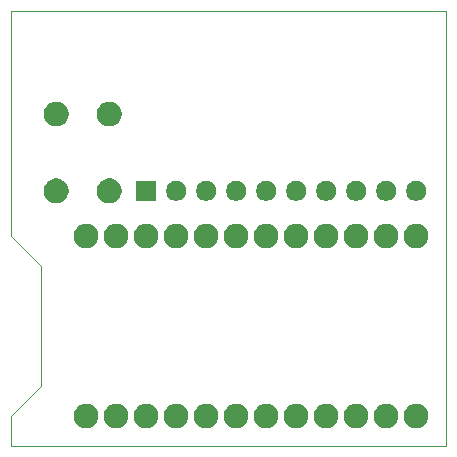
<source format=gbr>
G04 #@! TF.GenerationSoftware,KiCad,Pcbnew,5.1.5+dfsg1-2build2*
G04 #@! TF.CreationDate,2021-01-23T02:48:54+01:00*
G04 #@! TF.ProjectId,edtracker,65647472-6163-46b6-9572-2e6b69636164,rev?*
G04 #@! TF.SameCoordinates,Original*
G04 #@! TF.FileFunction,Soldermask,Bot*
G04 #@! TF.FilePolarity,Negative*
%FSLAX46Y46*%
G04 Gerber Fmt 4.6, Leading zero omitted, Abs format (unit mm)*
G04 Created by KiCad (PCBNEW 5.1.5+dfsg1-2build2) date 2021-01-23 02:48:54*
%MOMM*%
%LPD*%
G04 APERTURE LIST*
%ADD10C,0.050000*%
%ADD11C,0.150000*%
G04 APERTURE END LIST*
D10*
X140970000Y-100330000D02*
X140970000Y-119380000D01*
X177800000Y-100330000D02*
X140970000Y-100330000D01*
X177800000Y-137160000D02*
X177800000Y-100330000D01*
X140970000Y-137160000D02*
X177800000Y-137160000D01*
X140970000Y-134620000D02*
X140970000Y-137160000D01*
X143510000Y-132080000D02*
X140970000Y-134620000D01*
X143510000Y-121920000D02*
X143510000Y-132080000D01*
X140970000Y-119380000D02*
X143510000Y-121920000D01*
D11*
G36*
X170483765Y-133618620D02*
G01*
X170673288Y-133697123D01*
X170843854Y-133811092D01*
X170988908Y-133956146D01*
X171102877Y-134126712D01*
X171181380Y-134316235D01*
X171221400Y-134517431D01*
X171221400Y-134722569D01*
X171181380Y-134923765D01*
X171102877Y-135113288D01*
X170988908Y-135283854D01*
X170843854Y-135428908D01*
X170673288Y-135542877D01*
X170673287Y-135542878D01*
X170673286Y-135542878D01*
X170483765Y-135621380D01*
X170282570Y-135661400D01*
X170077430Y-135661400D01*
X169876235Y-135621380D01*
X169686714Y-135542878D01*
X169686713Y-135542878D01*
X169686712Y-135542877D01*
X169516146Y-135428908D01*
X169371092Y-135283854D01*
X169257123Y-135113288D01*
X169178620Y-134923765D01*
X169138600Y-134722569D01*
X169138600Y-134517431D01*
X169178620Y-134316235D01*
X169257123Y-134126712D01*
X169371092Y-133956146D01*
X169516146Y-133811092D01*
X169686712Y-133697123D01*
X169876235Y-133618620D01*
X170077430Y-133578600D01*
X170282570Y-133578600D01*
X170483765Y-133618620D01*
G37*
G36*
X173023765Y-133618620D02*
G01*
X173213288Y-133697123D01*
X173383854Y-133811092D01*
X173528908Y-133956146D01*
X173642877Y-134126712D01*
X173721380Y-134316235D01*
X173761400Y-134517431D01*
X173761400Y-134722569D01*
X173721380Y-134923765D01*
X173642877Y-135113288D01*
X173528908Y-135283854D01*
X173383854Y-135428908D01*
X173213288Y-135542877D01*
X173213287Y-135542878D01*
X173213286Y-135542878D01*
X173023765Y-135621380D01*
X172822570Y-135661400D01*
X172617430Y-135661400D01*
X172416235Y-135621380D01*
X172226714Y-135542878D01*
X172226713Y-135542878D01*
X172226712Y-135542877D01*
X172056146Y-135428908D01*
X171911092Y-135283854D01*
X171797123Y-135113288D01*
X171718620Y-134923765D01*
X171678600Y-134722569D01*
X171678600Y-134517431D01*
X171718620Y-134316235D01*
X171797123Y-134126712D01*
X171911092Y-133956146D01*
X172056146Y-133811092D01*
X172226712Y-133697123D01*
X172416235Y-133618620D01*
X172617430Y-133578600D01*
X172822570Y-133578600D01*
X173023765Y-133618620D01*
G37*
G36*
X175563765Y-133618620D02*
G01*
X175753288Y-133697123D01*
X175923854Y-133811092D01*
X176068908Y-133956146D01*
X176182877Y-134126712D01*
X176261380Y-134316235D01*
X176301400Y-134517431D01*
X176301400Y-134722569D01*
X176261380Y-134923765D01*
X176182877Y-135113288D01*
X176068908Y-135283854D01*
X175923854Y-135428908D01*
X175753288Y-135542877D01*
X175753287Y-135542878D01*
X175753286Y-135542878D01*
X175563765Y-135621380D01*
X175362570Y-135661400D01*
X175157430Y-135661400D01*
X174956235Y-135621380D01*
X174766714Y-135542878D01*
X174766713Y-135542878D01*
X174766712Y-135542877D01*
X174596146Y-135428908D01*
X174451092Y-135283854D01*
X174337123Y-135113288D01*
X174258620Y-134923765D01*
X174218600Y-134722569D01*
X174218600Y-134517431D01*
X174258620Y-134316235D01*
X174337123Y-134126712D01*
X174451092Y-133956146D01*
X174596146Y-133811092D01*
X174766712Y-133697123D01*
X174956235Y-133618620D01*
X175157430Y-133578600D01*
X175362570Y-133578600D01*
X175563765Y-133618620D01*
G37*
G36*
X147623765Y-133618620D02*
G01*
X147813288Y-133697123D01*
X147983854Y-133811092D01*
X148128908Y-133956146D01*
X148242877Y-134126712D01*
X148321380Y-134316235D01*
X148361400Y-134517431D01*
X148361400Y-134722569D01*
X148321380Y-134923765D01*
X148242877Y-135113288D01*
X148128908Y-135283854D01*
X147983854Y-135428908D01*
X147813288Y-135542877D01*
X147813287Y-135542878D01*
X147813286Y-135542878D01*
X147623765Y-135621380D01*
X147422570Y-135661400D01*
X147217430Y-135661400D01*
X147016235Y-135621380D01*
X146826714Y-135542878D01*
X146826713Y-135542878D01*
X146826712Y-135542877D01*
X146656146Y-135428908D01*
X146511092Y-135283854D01*
X146397123Y-135113288D01*
X146318620Y-134923765D01*
X146278600Y-134722569D01*
X146278600Y-134517431D01*
X146318620Y-134316235D01*
X146397123Y-134126712D01*
X146511092Y-133956146D01*
X146656146Y-133811092D01*
X146826712Y-133697123D01*
X147016235Y-133618620D01*
X147217430Y-133578600D01*
X147422570Y-133578600D01*
X147623765Y-133618620D01*
G37*
G36*
X150163765Y-133618620D02*
G01*
X150353288Y-133697123D01*
X150523854Y-133811092D01*
X150668908Y-133956146D01*
X150782877Y-134126712D01*
X150861380Y-134316235D01*
X150901400Y-134517431D01*
X150901400Y-134722569D01*
X150861380Y-134923765D01*
X150782877Y-135113288D01*
X150668908Y-135283854D01*
X150523854Y-135428908D01*
X150353288Y-135542877D01*
X150353287Y-135542878D01*
X150353286Y-135542878D01*
X150163765Y-135621380D01*
X149962570Y-135661400D01*
X149757430Y-135661400D01*
X149556235Y-135621380D01*
X149366714Y-135542878D01*
X149366713Y-135542878D01*
X149366712Y-135542877D01*
X149196146Y-135428908D01*
X149051092Y-135283854D01*
X148937123Y-135113288D01*
X148858620Y-134923765D01*
X148818600Y-134722569D01*
X148818600Y-134517431D01*
X148858620Y-134316235D01*
X148937123Y-134126712D01*
X149051092Y-133956146D01*
X149196146Y-133811092D01*
X149366712Y-133697123D01*
X149556235Y-133618620D01*
X149757430Y-133578600D01*
X149962570Y-133578600D01*
X150163765Y-133618620D01*
G37*
G36*
X152703765Y-133618620D02*
G01*
X152893288Y-133697123D01*
X153063854Y-133811092D01*
X153208908Y-133956146D01*
X153322877Y-134126712D01*
X153401380Y-134316235D01*
X153441400Y-134517431D01*
X153441400Y-134722569D01*
X153401380Y-134923765D01*
X153322877Y-135113288D01*
X153208908Y-135283854D01*
X153063854Y-135428908D01*
X152893288Y-135542877D01*
X152893287Y-135542878D01*
X152893286Y-135542878D01*
X152703765Y-135621380D01*
X152502570Y-135661400D01*
X152297430Y-135661400D01*
X152096235Y-135621380D01*
X151906714Y-135542878D01*
X151906713Y-135542878D01*
X151906712Y-135542877D01*
X151736146Y-135428908D01*
X151591092Y-135283854D01*
X151477123Y-135113288D01*
X151398620Y-134923765D01*
X151358600Y-134722569D01*
X151358600Y-134517431D01*
X151398620Y-134316235D01*
X151477123Y-134126712D01*
X151591092Y-133956146D01*
X151736146Y-133811092D01*
X151906712Y-133697123D01*
X152096235Y-133618620D01*
X152297430Y-133578600D01*
X152502570Y-133578600D01*
X152703765Y-133618620D01*
G37*
G36*
X155243765Y-133618620D02*
G01*
X155433288Y-133697123D01*
X155603854Y-133811092D01*
X155748908Y-133956146D01*
X155862877Y-134126712D01*
X155941380Y-134316235D01*
X155981400Y-134517431D01*
X155981400Y-134722569D01*
X155941380Y-134923765D01*
X155862877Y-135113288D01*
X155748908Y-135283854D01*
X155603854Y-135428908D01*
X155433288Y-135542877D01*
X155433287Y-135542878D01*
X155433286Y-135542878D01*
X155243765Y-135621380D01*
X155042570Y-135661400D01*
X154837430Y-135661400D01*
X154636235Y-135621380D01*
X154446714Y-135542878D01*
X154446713Y-135542878D01*
X154446712Y-135542877D01*
X154276146Y-135428908D01*
X154131092Y-135283854D01*
X154017123Y-135113288D01*
X153938620Y-134923765D01*
X153898600Y-134722569D01*
X153898600Y-134517431D01*
X153938620Y-134316235D01*
X154017123Y-134126712D01*
X154131092Y-133956146D01*
X154276146Y-133811092D01*
X154446712Y-133697123D01*
X154636235Y-133618620D01*
X154837430Y-133578600D01*
X155042570Y-133578600D01*
X155243765Y-133618620D01*
G37*
G36*
X157783765Y-133618620D02*
G01*
X157973288Y-133697123D01*
X158143854Y-133811092D01*
X158288908Y-133956146D01*
X158402877Y-134126712D01*
X158481380Y-134316235D01*
X158521400Y-134517431D01*
X158521400Y-134722569D01*
X158481380Y-134923765D01*
X158402877Y-135113288D01*
X158288908Y-135283854D01*
X158143854Y-135428908D01*
X157973288Y-135542877D01*
X157973287Y-135542878D01*
X157973286Y-135542878D01*
X157783765Y-135621380D01*
X157582570Y-135661400D01*
X157377430Y-135661400D01*
X157176235Y-135621380D01*
X156986714Y-135542878D01*
X156986713Y-135542878D01*
X156986712Y-135542877D01*
X156816146Y-135428908D01*
X156671092Y-135283854D01*
X156557123Y-135113288D01*
X156478620Y-134923765D01*
X156438600Y-134722569D01*
X156438600Y-134517431D01*
X156478620Y-134316235D01*
X156557123Y-134126712D01*
X156671092Y-133956146D01*
X156816146Y-133811092D01*
X156986712Y-133697123D01*
X157176235Y-133618620D01*
X157377430Y-133578600D01*
X157582570Y-133578600D01*
X157783765Y-133618620D01*
G37*
G36*
X160323765Y-133618620D02*
G01*
X160513288Y-133697123D01*
X160683854Y-133811092D01*
X160828908Y-133956146D01*
X160942877Y-134126712D01*
X161021380Y-134316235D01*
X161061400Y-134517431D01*
X161061400Y-134722569D01*
X161021380Y-134923765D01*
X160942877Y-135113288D01*
X160828908Y-135283854D01*
X160683854Y-135428908D01*
X160513288Y-135542877D01*
X160513287Y-135542878D01*
X160513286Y-135542878D01*
X160323765Y-135621380D01*
X160122570Y-135661400D01*
X159917430Y-135661400D01*
X159716235Y-135621380D01*
X159526714Y-135542878D01*
X159526713Y-135542878D01*
X159526712Y-135542877D01*
X159356146Y-135428908D01*
X159211092Y-135283854D01*
X159097123Y-135113288D01*
X159018620Y-134923765D01*
X158978600Y-134722569D01*
X158978600Y-134517431D01*
X159018620Y-134316235D01*
X159097123Y-134126712D01*
X159211092Y-133956146D01*
X159356146Y-133811092D01*
X159526712Y-133697123D01*
X159716235Y-133618620D01*
X159917430Y-133578600D01*
X160122570Y-133578600D01*
X160323765Y-133618620D01*
G37*
G36*
X162863765Y-133618620D02*
G01*
X163053288Y-133697123D01*
X163223854Y-133811092D01*
X163368908Y-133956146D01*
X163482877Y-134126712D01*
X163561380Y-134316235D01*
X163601400Y-134517431D01*
X163601400Y-134722569D01*
X163561380Y-134923765D01*
X163482877Y-135113288D01*
X163368908Y-135283854D01*
X163223854Y-135428908D01*
X163053288Y-135542877D01*
X163053287Y-135542878D01*
X163053286Y-135542878D01*
X162863765Y-135621380D01*
X162662570Y-135661400D01*
X162457430Y-135661400D01*
X162256235Y-135621380D01*
X162066714Y-135542878D01*
X162066713Y-135542878D01*
X162066712Y-135542877D01*
X161896146Y-135428908D01*
X161751092Y-135283854D01*
X161637123Y-135113288D01*
X161558620Y-134923765D01*
X161518600Y-134722569D01*
X161518600Y-134517431D01*
X161558620Y-134316235D01*
X161637123Y-134126712D01*
X161751092Y-133956146D01*
X161896146Y-133811092D01*
X162066712Y-133697123D01*
X162256235Y-133618620D01*
X162457430Y-133578600D01*
X162662570Y-133578600D01*
X162863765Y-133618620D01*
G37*
G36*
X165403765Y-133618620D02*
G01*
X165593288Y-133697123D01*
X165763854Y-133811092D01*
X165908908Y-133956146D01*
X166022877Y-134126712D01*
X166101380Y-134316235D01*
X166141400Y-134517431D01*
X166141400Y-134722569D01*
X166101380Y-134923765D01*
X166022877Y-135113288D01*
X165908908Y-135283854D01*
X165763854Y-135428908D01*
X165593288Y-135542877D01*
X165593287Y-135542878D01*
X165593286Y-135542878D01*
X165403765Y-135621380D01*
X165202570Y-135661400D01*
X164997430Y-135661400D01*
X164796235Y-135621380D01*
X164606714Y-135542878D01*
X164606713Y-135542878D01*
X164606712Y-135542877D01*
X164436146Y-135428908D01*
X164291092Y-135283854D01*
X164177123Y-135113288D01*
X164098620Y-134923765D01*
X164058600Y-134722569D01*
X164058600Y-134517431D01*
X164098620Y-134316235D01*
X164177123Y-134126712D01*
X164291092Y-133956146D01*
X164436146Y-133811092D01*
X164606712Y-133697123D01*
X164796235Y-133618620D01*
X164997430Y-133578600D01*
X165202570Y-133578600D01*
X165403765Y-133618620D01*
G37*
G36*
X167943765Y-133618620D02*
G01*
X168133288Y-133697123D01*
X168303854Y-133811092D01*
X168448908Y-133956146D01*
X168562877Y-134126712D01*
X168641380Y-134316235D01*
X168681400Y-134517431D01*
X168681400Y-134722569D01*
X168641380Y-134923765D01*
X168562877Y-135113288D01*
X168448908Y-135283854D01*
X168303854Y-135428908D01*
X168133288Y-135542877D01*
X168133287Y-135542878D01*
X168133286Y-135542878D01*
X167943765Y-135621380D01*
X167742570Y-135661400D01*
X167537430Y-135661400D01*
X167336235Y-135621380D01*
X167146714Y-135542878D01*
X167146713Y-135542878D01*
X167146712Y-135542877D01*
X166976146Y-135428908D01*
X166831092Y-135283854D01*
X166717123Y-135113288D01*
X166638620Y-134923765D01*
X166598600Y-134722569D01*
X166598600Y-134517431D01*
X166638620Y-134316235D01*
X166717123Y-134126712D01*
X166831092Y-133956146D01*
X166976146Y-133811092D01*
X167146712Y-133697123D01*
X167336235Y-133618620D01*
X167537430Y-133578600D01*
X167742570Y-133578600D01*
X167943765Y-133618620D01*
G37*
G36*
X157783765Y-118378620D02*
G01*
X157973288Y-118457123D01*
X158143854Y-118571092D01*
X158288908Y-118716146D01*
X158402877Y-118886712D01*
X158481380Y-119076235D01*
X158521400Y-119277431D01*
X158521400Y-119482569D01*
X158481380Y-119683765D01*
X158402877Y-119873288D01*
X158288908Y-120043854D01*
X158143854Y-120188908D01*
X157973288Y-120302877D01*
X157973287Y-120302878D01*
X157973286Y-120302878D01*
X157783765Y-120381380D01*
X157582570Y-120421400D01*
X157377430Y-120421400D01*
X157176235Y-120381380D01*
X156986714Y-120302878D01*
X156986713Y-120302878D01*
X156986712Y-120302877D01*
X156816146Y-120188908D01*
X156671092Y-120043854D01*
X156557123Y-119873288D01*
X156478620Y-119683765D01*
X156438600Y-119482569D01*
X156438600Y-119277431D01*
X156478620Y-119076235D01*
X156557123Y-118886712D01*
X156671092Y-118716146D01*
X156816146Y-118571092D01*
X156986712Y-118457123D01*
X157176235Y-118378620D01*
X157377430Y-118338600D01*
X157582570Y-118338600D01*
X157783765Y-118378620D01*
G37*
G36*
X160323765Y-118378620D02*
G01*
X160513288Y-118457123D01*
X160683854Y-118571092D01*
X160828908Y-118716146D01*
X160942877Y-118886712D01*
X161021380Y-119076235D01*
X161061400Y-119277431D01*
X161061400Y-119482569D01*
X161021380Y-119683765D01*
X160942877Y-119873288D01*
X160828908Y-120043854D01*
X160683854Y-120188908D01*
X160513288Y-120302877D01*
X160513287Y-120302878D01*
X160513286Y-120302878D01*
X160323765Y-120381380D01*
X160122570Y-120421400D01*
X159917430Y-120421400D01*
X159716235Y-120381380D01*
X159526714Y-120302878D01*
X159526713Y-120302878D01*
X159526712Y-120302877D01*
X159356146Y-120188908D01*
X159211092Y-120043854D01*
X159097123Y-119873288D01*
X159018620Y-119683765D01*
X158978600Y-119482569D01*
X158978600Y-119277431D01*
X159018620Y-119076235D01*
X159097123Y-118886712D01*
X159211092Y-118716146D01*
X159356146Y-118571092D01*
X159526712Y-118457123D01*
X159716235Y-118378620D01*
X159917430Y-118338600D01*
X160122570Y-118338600D01*
X160323765Y-118378620D01*
G37*
G36*
X162863765Y-118378620D02*
G01*
X163053288Y-118457123D01*
X163223854Y-118571092D01*
X163368908Y-118716146D01*
X163482877Y-118886712D01*
X163561380Y-119076235D01*
X163601400Y-119277431D01*
X163601400Y-119482569D01*
X163561380Y-119683765D01*
X163482877Y-119873288D01*
X163368908Y-120043854D01*
X163223854Y-120188908D01*
X163053288Y-120302877D01*
X163053287Y-120302878D01*
X163053286Y-120302878D01*
X162863765Y-120381380D01*
X162662570Y-120421400D01*
X162457430Y-120421400D01*
X162256235Y-120381380D01*
X162066714Y-120302878D01*
X162066713Y-120302878D01*
X162066712Y-120302877D01*
X161896146Y-120188908D01*
X161751092Y-120043854D01*
X161637123Y-119873288D01*
X161558620Y-119683765D01*
X161518600Y-119482569D01*
X161518600Y-119277431D01*
X161558620Y-119076235D01*
X161637123Y-118886712D01*
X161751092Y-118716146D01*
X161896146Y-118571092D01*
X162066712Y-118457123D01*
X162256235Y-118378620D01*
X162457430Y-118338600D01*
X162662570Y-118338600D01*
X162863765Y-118378620D01*
G37*
G36*
X165403765Y-118378620D02*
G01*
X165593288Y-118457123D01*
X165763854Y-118571092D01*
X165908908Y-118716146D01*
X166022877Y-118886712D01*
X166101380Y-119076235D01*
X166141400Y-119277431D01*
X166141400Y-119482569D01*
X166101380Y-119683765D01*
X166022877Y-119873288D01*
X165908908Y-120043854D01*
X165763854Y-120188908D01*
X165593288Y-120302877D01*
X165593287Y-120302878D01*
X165593286Y-120302878D01*
X165403765Y-120381380D01*
X165202570Y-120421400D01*
X164997430Y-120421400D01*
X164796235Y-120381380D01*
X164606714Y-120302878D01*
X164606713Y-120302878D01*
X164606712Y-120302877D01*
X164436146Y-120188908D01*
X164291092Y-120043854D01*
X164177123Y-119873288D01*
X164098620Y-119683765D01*
X164058600Y-119482569D01*
X164058600Y-119277431D01*
X164098620Y-119076235D01*
X164177123Y-118886712D01*
X164291092Y-118716146D01*
X164436146Y-118571092D01*
X164606712Y-118457123D01*
X164796235Y-118378620D01*
X164997430Y-118338600D01*
X165202570Y-118338600D01*
X165403765Y-118378620D01*
G37*
G36*
X167943765Y-118378620D02*
G01*
X168133288Y-118457123D01*
X168303854Y-118571092D01*
X168448908Y-118716146D01*
X168562877Y-118886712D01*
X168641380Y-119076235D01*
X168681400Y-119277431D01*
X168681400Y-119482569D01*
X168641380Y-119683765D01*
X168562877Y-119873288D01*
X168448908Y-120043854D01*
X168303854Y-120188908D01*
X168133288Y-120302877D01*
X168133287Y-120302878D01*
X168133286Y-120302878D01*
X167943765Y-120381380D01*
X167742570Y-120421400D01*
X167537430Y-120421400D01*
X167336235Y-120381380D01*
X167146714Y-120302878D01*
X167146713Y-120302878D01*
X167146712Y-120302877D01*
X166976146Y-120188908D01*
X166831092Y-120043854D01*
X166717123Y-119873288D01*
X166638620Y-119683765D01*
X166598600Y-119482569D01*
X166598600Y-119277431D01*
X166638620Y-119076235D01*
X166717123Y-118886712D01*
X166831092Y-118716146D01*
X166976146Y-118571092D01*
X167146712Y-118457123D01*
X167336235Y-118378620D01*
X167537430Y-118338600D01*
X167742570Y-118338600D01*
X167943765Y-118378620D01*
G37*
G36*
X170483765Y-118378620D02*
G01*
X170673288Y-118457123D01*
X170843854Y-118571092D01*
X170988908Y-118716146D01*
X171102877Y-118886712D01*
X171181380Y-119076235D01*
X171221400Y-119277431D01*
X171221400Y-119482569D01*
X171181380Y-119683765D01*
X171102877Y-119873288D01*
X170988908Y-120043854D01*
X170843854Y-120188908D01*
X170673288Y-120302877D01*
X170673287Y-120302878D01*
X170673286Y-120302878D01*
X170483765Y-120381380D01*
X170282570Y-120421400D01*
X170077430Y-120421400D01*
X169876235Y-120381380D01*
X169686714Y-120302878D01*
X169686713Y-120302878D01*
X169686712Y-120302877D01*
X169516146Y-120188908D01*
X169371092Y-120043854D01*
X169257123Y-119873288D01*
X169178620Y-119683765D01*
X169138600Y-119482569D01*
X169138600Y-119277431D01*
X169178620Y-119076235D01*
X169257123Y-118886712D01*
X169371092Y-118716146D01*
X169516146Y-118571092D01*
X169686712Y-118457123D01*
X169876235Y-118378620D01*
X170077430Y-118338600D01*
X170282570Y-118338600D01*
X170483765Y-118378620D01*
G37*
G36*
X175563765Y-118378620D02*
G01*
X175753288Y-118457123D01*
X175923854Y-118571092D01*
X176068908Y-118716146D01*
X176182877Y-118886712D01*
X176261380Y-119076235D01*
X176301400Y-119277431D01*
X176301400Y-119482569D01*
X176261380Y-119683765D01*
X176182877Y-119873288D01*
X176068908Y-120043854D01*
X175923854Y-120188908D01*
X175753288Y-120302877D01*
X175753287Y-120302878D01*
X175753286Y-120302878D01*
X175563765Y-120381380D01*
X175362570Y-120421400D01*
X175157430Y-120421400D01*
X174956235Y-120381380D01*
X174766714Y-120302878D01*
X174766713Y-120302878D01*
X174766712Y-120302877D01*
X174596146Y-120188908D01*
X174451092Y-120043854D01*
X174337123Y-119873288D01*
X174258620Y-119683765D01*
X174218600Y-119482569D01*
X174218600Y-119277431D01*
X174258620Y-119076235D01*
X174337123Y-118886712D01*
X174451092Y-118716146D01*
X174596146Y-118571092D01*
X174766712Y-118457123D01*
X174956235Y-118378620D01*
X175157430Y-118338600D01*
X175362570Y-118338600D01*
X175563765Y-118378620D01*
G37*
G36*
X152703765Y-118378620D02*
G01*
X152893288Y-118457123D01*
X153063854Y-118571092D01*
X153208908Y-118716146D01*
X153322877Y-118886712D01*
X153401380Y-119076235D01*
X153441400Y-119277431D01*
X153441400Y-119482569D01*
X153401380Y-119683765D01*
X153322877Y-119873288D01*
X153208908Y-120043854D01*
X153063854Y-120188908D01*
X152893288Y-120302877D01*
X152893287Y-120302878D01*
X152893286Y-120302878D01*
X152703765Y-120381380D01*
X152502570Y-120421400D01*
X152297430Y-120421400D01*
X152096235Y-120381380D01*
X151906714Y-120302878D01*
X151906713Y-120302878D01*
X151906712Y-120302877D01*
X151736146Y-120188908D01*
X151591092Y-120043854D01*
X151477123Y-119873288D01*
X151398620Y-119683765D01*
X151358600Y-119482569D01*
X151358600Y-119277431D01*
X151398620Y-119076235D01*
X151477123Y-118886712D01*
X151591092Y-118716146D01*
X151736146Y-118571092D01*
X151906712Y-118457123D01*
X152096235Y-118378620D01*
X152297430Y-118338600D01*
X152502570Y-118338600D01*
X152703765Y-118378620D01*
G37*
G36*
X147623765Y-118378620D02*
G01*
X147813288Y-118457123D01*
X147983854Y-118571092D01*
X148128908Y-118716146D01*
X148242877Y-118886712D01*
X148321380Y-119076235D01*
X148361400Y-119277431D01*
X148361400Y-119482569D01*
X148321380Y-119683765D01*
X148242877Y-119873288D01*
X148128908Y-120043854D01*
X147983854Y-120188908D01*
X147813288Y-120302877D01*
X147813287Y-120302878D01*
X147813286Y-120302878D01*
X147623765Y-120381380D01*
X147422570Y-120421400D01*
X147217430Y-120421400D01*
X147016235Y-120381380D01*
X146826714Y-120302878D01*
X146826713Y-120302878D01*
X146826712Y-120302877D01*
X146656146Y-120188908D01*
X146511092Y-120043854D01*
X146397123Y-119873288D01*
X146318620Y-119683765D01*
X146278600Y-119482569D01*
X146278600Y-119277431D01*
X146318620Y-119076235D01*
X146397123Y-118886712D01*
X146511092Y-118716146D01*
X146656146Y-118571092D01*
X146826712Y-118457123D01*
X147016235Y-118378620D01*
X147217430Y-118338600D01*
X147422570Y-118338600D01*
X147623765Y-118378620D01*
G37*
G36*
X155243765Y-118378620D02*
G01*
X155433288Y-118457123D01*
X155603854Y-118571092D01*
X155748908Y-118716146D01*
X155862877Y-118886712D01*
X155941380Y-119076235D01*
X155981400Y-119277431D01*
X155981400Y-119482569D01*
X155941380Y-119683765D01*
X155862877Y-119873288D01*
X155748908Y-120043854D01*
X155603854Y-120188908D01*
X155433288Y-120302877D01*
X155433287Y-120302878D01*
X155433286Y-120302878D01*
X155243765Y-120381380D01*
X155042570Y-120421400D01*
X154837430Y-120421400D01*
X154636235Y-120381380D01*
X154446714Y-120302878D01*
X154446713Y-120302878D01*
X154446712Y-120302877D01*
X154276146Y-120188908D01*
X154131092Y-120043854D01*
X154017123Y-119873288D01*
X153938620Y-119683765D01*
X153898600Y-119482569D01*
X153898600Y-119277431D01*
X153938620Y-119076235D01*
X154017123Y-118886712D01*
X154131092Y-118716146D01*
X154276146Y-118571092D01*
X154446712Y-118457123D01*
X154636235Y-118378620D01*
X154837430Y-118338600D01*
X155042570Y-118338600D01*
X155243765Y-118378620D01*
G37*
G36*
X150163765Y-118378620D02*
G01*
X150353288Y-118457123D01*
X150523854Y-118571092D01*
X150668908Y-118716146D01*
X150782877Y-118886712D01*
X150861380Y-119076235D01*
X150901400Y-119277431D01*
X150901400Y-119482569D01*
X150861380Y-119683765D01*
X150782877Y-119873288D01*
X150668908Y-120043854D01*
X150523854Y-120188908D01*
X150353288Y-120302877D01*
X150353287Y-120302878D01*
X150353286Y-120302878D01*
X150163765Y-120381380D01*
X149962570Y-120421400D01*
X149757430Y-120421400D01*
X149556235Y-120381380D01*
X149366714Y-120302878D01*
X149366713Y-120302878D01*
X149366712Y-120302877D01*
X149196146Y-120188908D01*
X149051092Y-120043854D01*
X148937123Y-119873288D01*
X148858620Y-119683765D01*
X148818600Y-119482569D01*
X148818600Y-119277431D01*
X148858620Y-119076235D01*
X148937123Y-118886712D01*
X149051092Y-118716146D01*
X149196146Y-118571092D01*
X149366712Y-118457123D01*
X149556235Y-118378620D01*
X149757430Y-118338600D01*
X149962570Y-118338600D01*
X150163765Y-118378620D01*
G37*
G36*
X173023765Y-118378620D02*
G01*
X173213288Y-118457123D01*
X173383854Y-118571092D01*
X173528908Y-118716146D01*
X173642877Y-118886712D01*
X173721380Y-119076235D01*
X173761400Y-119277431D01*
X173761400Y-119482569D01*
X173721380Y-119683765D01*
X173642877Y-119873288D01*
X173528908Y-120043854D01*
X173383854Y-120188908D01*
X173213288Y-120302877D01*
X173213287Y-120302878D01*
X173213286Y-120302878D01*
X173023765Y-120381380D01*
X172822570Y-120421400D01*
X172617430Y-120421400D01*
X172416235Y-120381380D01*
X172226714Y-120302878D01*
X172226713Y-120302878D01*
X172226712Y-120302877D01*
X172056146Y-120188908D01*
X171911092Y-120043854D01*
X171797123Y-119873288D01*
X171718620Y-119683765D01*
X171678600Y-119482569D01*
X171678600Y-119277431D01*
X171718620Y-119076235D01*
X171797123Y-118886712D01*
X171911092Y-118716146D01*
X172056146Y-118571092D01*
X172226712Y-118457123D01*
X172416235Y-118378620D01*
X172617430Y-118338600D01*
X172822570Y-118338600D01*
X173023765Y-118378620D01*
G37*
G36*
X145086564Y-114559389D02*
G01*
X145277833Y-114638615D01*
X145277835Y-114638616D01*
X145398138Y-114719000D01*
X145449973Y-114753635D01*
X145596365Y-114900027D01*
X145711385Y-115072167D01*
X145790611Y-115263436D01*
X145831000Y-115466484D01*
X145831000Y-115673516D01*
X145790611Y-115876564D01*
X145711385Y-116067833D01*
X145711384Y-116067835D01*
X145596365Y-116239973D01*
X145449973Y-116386365D01*
X145277835Y-116501384D01*
X145277834Y-116501385D01*
X145277833Y-116501385D01*
X145086564Y-116580611D01*
X144883516Y-116621000D01*
X144676484Y-116621000D01*
X144473436Y-116580611D01*
X144282167Y-116501385D01*
X144282166Y-116501385D01*
X144282165Y-116501384D01*
X144110027Y-116386365D01*
X143963635Y-116239973D01*
X143848616Y-116067835D01*
X143848615Y-116067833D01*
X143769389Y-115876564D01*
X143729000Y-115673516D01*
X143729000Y-115466484D01*
X143769389Y-115263436D01*
X143848615Y-115072167D01*
X143963635Y-114900027D01*
X144110027Y-114753635D01*
X144161862Y-114719000D01*
X144282165Y-114638616D01*
X144282167Y-114638615D01*
X144473436Y-114559389D01*
X144676484Y-114519000D01*
X144883516Y-114519000D01*
X145086564Y-114559389D01*
G37*
G36*
X149586564Y-114559389D02*
G01*
X149777833Y-114638615D01*
X149777835Y-114638616D01*
X149898138Y-114719000D01*
X149949973Y-114753635D01*
X150096365Y-114900027D01*
X150211385Y-115072167D01*
X150290611Y-115263436D01*
X150331000Y-115466484D01*
X150331000Y-115673516D01*
X150290611Y-115876564D01*
X150211385Y-116067833D01*
X150211384Y-116067835D01*
X150096365Y-116239973D01*
X149949973Y-116386365D01*
X149777835Y-116501384D01*
X149777834Y-116501385D01*
X149777833Y-116501385D01*
X149586564Y-116580611D01*
X149383516Y-116621000D01*
X149176484Y-116621000D01*
X148973436Y-116580611D01*
X148782167Y-116501385D01*
X148782166Y-116501385D01*
X148782165Y-116501384D01*
X148610027Y-116386365D01*
X148463635Y-116239973D01*
X148348616Y-116067835D01*
X148348615Y-116067833D01*
X148269389Y-115876564D01*
X148229000Y-115673516D01*
X148229000Y-115466484D01*
X148269389Y-115263436D01*
X148348615Y-115072167D01*
X148463635Y-114900027D01*
X148610027Y-114753635D01*
X148661862Y-114719000D01*
X148782165Y-114638616D01*
X148782167Y-114638615D01*
X148973436Y-114559389D01*
X149176484Y-114519000D01*
X149383516Y-114519000D01*
X149586564Y-114559389D01*
G37*
G36*
X172968228Y-114751703D02*
G01*
X173123100Y-114815853D01*
X173262481Y-114908985D01*
X173381015Y-115027519D01*
X173474147Y-115166900D01*
X173538297Y-115321772D01*
X173571000Y-115486184D01*
X173571000Y-115653816D01*
X173538297Y-115818228D01*
X173474147Y-115973100D01*
X173381015Y-116112481D01*
X173262481Y-116231015D01*
X173123100Y-116324147D01*
X172968228Y-116388297D01*
X172803816Y-116421000D01*
X172636184Y-116421000D01*
X172471772Y-116388297D01*
X172316900Y-116324147D01*
X172177519Y-116231015D01*
X172058985Y-116112481D01*
X171965853Y-115973100D01*
X171901703Y-115818228D01*
X171869000Y-115653816D01*
X171869000Y-115486184D01*
X171901703Y-115321772D01*
X171965853Y-115166900D01*
X172058985Y-115027519D01*
X172177519Y-114908985D01*
X172316900Y-114815853D01*
X172471772Y-114751703D01*
X172636184Y-114719000D01*
X172803816Y-114719000D01*
X172968228Y-114751703D01*
G37*
G36*
X153251000Y-116421000D02*
G01*
X151549000Y-116421000D01*
X151549000Y-114719000D01*
X153251000Y-114719000D01*
X153251000Y-116421000D01*
G37*
G36*
X157728228Y-114751703D02*
G01*
X157883100Y-114815853D01*
X158022481Y-114908985D01*
X158141015Y-115027519D01*
X158234147Y-115166900D01*
X158298297Y-115321772D01*
X158331000Y-115486184D01*
X158331000Y-115653816D01*
X158298297Y-115818228D01*
X158234147Y-115973100D01*
X158141015Y-116112481D01*
X158022481Y-116231015D01*
X157883100Y-116324147D01*
X157728228Y-116388297D01*
X157563816Y-116421000D01*
X157396184Y-116421000D01*
X157231772Y-116388297D01*
X157076900Y-116324147D01*
X156937519Y-116231015D01*
X156818985Y-116112481D01*
X156725853Y-115973100D01*
X156661703Y-115818228D01*
X156629000Y-115653816D01*
X156629000Y-115486184D01*
X156661703Y-115321772D01*
X156725853Y-115166900D01*
X156818985Y-115027519D01*
X156937519Y-114908985D01*
X157076900Y-114815853D01*
X157231772Y-114751703D01*
X157396184Y-114719000D01*
X157563816Y-114719000D01*
X157728228Y-114751703D01*
G37*
G36*
X160268228Y-114751703D02*
G01*
X160423100Y-114815853D01*
X160562481Y-114908985D01*
X160681015Y-115027519D01*
X160774147Y-115166900D01*
X160838297Y-115321772D01*
X160871000Y-115486184D01*
X160871000Y-115653816D01*
X160838297Y-115818228D01*
X160774147Y-115973100D01*
X160681015Y-116112481D01*
X160562481Y-116231015D01*
X160423100Y-116324147D01*
X160268228Y-116388297D01*
X160103816Y-116421000D01*
X159936184Y-116421000D01*
X159771772Y-116388297D01*
X159616900Y-116324147D01*
X159477519Y-116231015D01*
X159358985Y-116112481D01*
X159265853Y-115973100D01*
X159201703Y-115818228D01*
X159169000Y-115653816D01*
X159169000Y-115486184D01*
X159201703Y-115321772D01*
X159265853Y-115166900D01*
X159358985Y-115027519D01*
X159477519Y-114908985D01*
X159616900Y-114815853D01*
X159771772Y-114751703D01*
X159936184Y-114719000D01*
X160103816Y-114719000D01*
X160268228Y-114751703D01*
G37*
G36*
X162808228Y-114751703D02*
G01*
X162963100Y-114815853D01*
X163102481Y-114908985D01*
X163221015Y-115027519D01*
X163314147Y-115166900D01*
X163378297Y-115321772D01*
X163411000Y-115486184D01*
X163411000Y-115653816D01*
X163378297Y-115818228D01*
X163314147Y-115973100D01*
X163221015Y-116112481D01*
X163102481Y-116231015D01*
X162963100Y-116324147D01*
X162808228Y-116388297D01*
X162643816Y-116421000D01*
X162476184Y-116421000D01*
X162311772Y-116388297D01*
X162156900Y-116324147D01*
X162017519Y-116231015D01*
X161898985Y-116112481D01*
X161805853Y-115973100D01*
X161741703Y-115818228D01*
X161709000Y-115653816D01*
X161709000Y-115486184D01*
X161741703Y-115321772D01*
X161805853Y-115166900D01*
X161898985Y-115027519D01*
X162017519Y-114908985D01*
X162156900Y-114815853D01*
X162311772Y-114751703D01*
X162476184Y-114719000D01*
X162643816Y-114719000D01*
X162808228Y-114751703D01*
G37*
G36*
X165348228Y-114751703D02*
G01*
X165503100Y-114815853D01*
X165642481Y-114908985D01*
X165761015Y-115027519D01*
X165854147Y-115166900D01*
X165918297Y-115321772D01*
X165951000Y-115486184D01*
X165951000Y-115653816D01*
X165918297Y-115818228D01*
X165854147Y-115973100D01*
X165761015Y-116112481D01*
X165642481Y-116231015D01*
X165503100Y-116324147D01*
X165348228Y-116388297D01*
X165183816Y-116421000D01*
X165016184Y-116421000D01*
X164851772Y-116388297D01*
X164696900Y-116324147D01*
X164557519Y-116231015D01*
X164438985Y-116112481D01*
X164345853Y-115973100D01*
X164281703Y-115818228D01*
X164249000Y-115653816D01*
X164249000Y-115486184D01*
X164281703Y-115321772D01*
X164345853Y-115166900D01*
X164438985Y-115027519D01*
X164557519Y-114908985D01*
X164696900Y-114815853D01*
X164851772Y-114751703D01*
X165016184Y-114719000D01*
X165183816Y-114719000D01*
X165348228Y-114751703D01*
G37*
G36*
X167888228Y-114751703D02*
G01*
X168043100Y-114815853D01*
X168182481Y-114908985D01*
X168301015Y-115027519D01*
X168394147Y-115166900D01*
X168458297Y-115321772D01*
X168491000Y-115486184D01*
X168491000Y-115653816D01*
X168458297Y-115818228D01*
X168394147Y-115973100D01*
X168301015Y-116112481D01*
X168182481Y-116231015D01*
X168043100Y-116324147D01*
X167888228Y-116388297D01*
X167723816Y-116421000D01*
X167556184Y-116421000D01*
X167391772Y-116388297D01*
X167236900Y-116324147D01*
X167097519Y-116231015D01*
X166978985Y-116112481D01*
X166885853Y-115973100D01*
X166821703Y-115818228D01*
X166789000Y-115653816D01*
X166789000Y-115486184D01*
X166821703Y-115321772D01*
X166885853Y-115166900D01*
X166978985Y-115027519D01*
X167097519Y-114908985D01*
X167236900Y-114815853D01*
X167391772Y-114751703D01*
X167556184Y-114719000D01*
X167723816Y-114719000D01*
X167888228Y-114751703D01*
G37*
G36*
X170428228Y-114751703D02*
G01*
X170583100Y-114815853D01*
X170722481Y-114908985D01*
X170841015Y-115027519D01*
X170934147Y-115166900D01*
X170998297Y-115321772D01*
X171031000Y-115486184D01*
X171031000Y-115653816D01*
X170998297Y-115818228D01*
X170934147Y-115973100D01*
X170841015Y-116112481D01*
X170722481Y-116231015D01*
X170583100Y-116324147D01*
X170428228Y-116388297D01*
X170263816Y-116421000D01*
X170096184Y-116421000D01*
X169931772Y-116388297D01*
X169776900Y-116324147D01*
X169637519Y-116231015D01*
X169518985Y-116112481D01*
X169425853Y-115973100D01*
X169361703Y-115818228D01*
X169329000Y-115653816D01*
X169329000Y-115486184D01*
X169361703Y-115321772D01*
X169425853Y-115166900D01*
X169518985Y-115027519D01*
X169637519Y-114908985D01*
X169776900Y-114815853D01*
X169931772Y-114751703D01*
X170096184Y-114719000D01*
X170263816Y-114719000D01*
X170428228Y-114751703D01*
G37*
G36*
X175508228Y-114751703D02*
G01*
X175663100Y-114815853D01*
X175802481Y-114908985D01*
X175921015Y-115027519D01*
X176014147Y-115166900D01*
X176078297Y-115321772D01*
X176111000Y-115486184D01*
X176111000Y-115653816D01*
X176078297Y-115818228D01*
X176014147Y-115973100D01*
X175921015Y-116112481D01*
X175802481Y-116231015D01*
X175663100Y-116324147D01*
X175508228Y-116388297D01*
X175343816Y-116421000D01*
X175176184Y-116421000D01*
X175011772Y-116388297D01*
X174856900Y-116324147D01*
X174717519Y-116231015D01*
X174598985Y-116112481D01*
X174505853Y-115973100D01*
X174441703Y-115818228D01*
X174409000Y-115653816D01*
X174409000Y-115486184D01*
X174441703Y-115321772D01*
X174505853Y-115166900D01*
X174598985Y-115027519D01*
X174717519Y-114908985D01*
X174856900Y-114815853D01*
X175011772Y-114751703D01*
X175176184Y-114719000D01*
X175343816Y-114719000D01*
X175508228Y-114751703D01*
G37*
G36*
X155188228Y-114751703D02*
G01*
X155343100Y-114815853D01*
X155482481Y-114908985D01*
X155601015Y-115027519D01*
X155694147Y-115166900D01*
X155758297Y-115321772D01*
X155791000Y-115486184D01*
X155791000Y-115653816D01*
X155758297Y-115818228D01*
X155694147Y-115973100D01*
X155601015Y-116112481D01*
X155482481Y-116231015D01*
X155343100Y-116324147D01*
X155188228Y-116388297D01*
X155023816Y-116421000D01*
X154856184Y-116421000D01*
X154691772Y-116388297D01*
X154536900Y-116324147D01*
X154397519Y-116231015D01*
X154278985Y-116112481D01*
X154185853Y-115973100D01*
X154121703Y-115818228D01*
X154089000Y-115653816D01*
X154089000Y-115486184D01*
X154121703Y-115321772D01*
X154185853Y-115166900D01*
X154278985Y-115027519D01*
X154397519Y-114908985D01*
X154536900Y-114815853D01*
X154691772Y-114751703D01*
X154856184Y-114719000D01*
X155023816Y-114719000D01*
X155188228Y-114751703D01*
G37*
G36*
X149586564Y-108059389D02*
G01*
X149777833Y-108138615D01*
X149777835Y-108138616D01*
X149949973Y-108253635D01*
X150096365Y-108400027D01*
X150211385Y-108572167D01*
X150290611Y-108763436D01*
X150331000Y-108966484D01*
X150331000Y-109173516D01*
X150290611Y-109376564D01*
X150211385Y-109567833D01*
X150211384Y-109567835D01*
X150096365Y-109739973D01*
X149949973Y-109886365D01*
X149777835Y-110001384D01*
X149777834Y-110001385D01*
X149777833Y-110001385D01*
X149586564Y-110080611D01*
X149383516Y-110121000D01*
X149176484Y-110121000D01*
X148973436Y-110080611D01*
X148782167Y-110001385D01*
X148782166Y-110001385D01*
X148782165Y-110001384D01*
X148610027Y-109886365D01*
X148463635Y-109739973D01*
X148348616Y-109567835D01*
X148348615Y-109567833D01*
X148269389Y-109376564D01*
X148229000Y-109173516D01*
X148229000Y-108966484D01*
X148269389Y-108763436D01*
X148348615Y-108572167D01*
X148463635Y-108400027D01*
X148610027Y-108253635D01*
X148782165Y-108138616D01*
X148782167Y-108138615D01*
X148973436Y-108059389D01*
X149176484Y-108019000D01*
X149383516Y-108019000D01*
X149586564Y-108059389D01*
G37*
G36*
X145086564Y-108059389D02*
G01*
X145277833Y-108138615D01*
X145277835Y-108138616D01*
X145449973Y-108253635D01*
X145596365Y-108400027D01*
X145711385Y-108572167D01*
X145790611Y-108763436D01*
X145831000Y-108966484D01*
X145831000Y-109173516D01*
X145790611Y-109376564D01*
X145711385Y-109567833D01*
X145711384Y-109567835D01*
X145596365Y-109739973D01*
X145449973Y-109886365D01*
X145277835Y-110001384D01*
X145277834Y-110001385D01*
X145277833Y-110001385D01*
X145086564Y-110080611D01*
X144883516Y-110121000D01*
X144676484Y-110121000D01*
X144473436Y-110080611D01*
X144282167Y-110001385D01*
X144282166Y-110001385D01*
X144282165Y-110001384D01*
X144110027Y-109886365D01*
X143963635Y-109739973D01*
X143848616Y-109567835D01*
X143848615Y-109567833D01*
X143769389Y-109376564D01*
X143729000Y-109173516D01*
X143729000Y-108966484D01*
X143769389Y-108763436D01*
X143848615Y-108572167D01*
X143963635Y-108400027D01*
X144110027Y-108253635D01*
X144282165Y-108138616D01*
X144282167Y-108138615D01*
X144473436Y-108059389D01*
X144676484Y-108019000D01*
X144883516Y-108019000D01*
X145086564Y-108059389D01*
G37*
M02*

</source>
